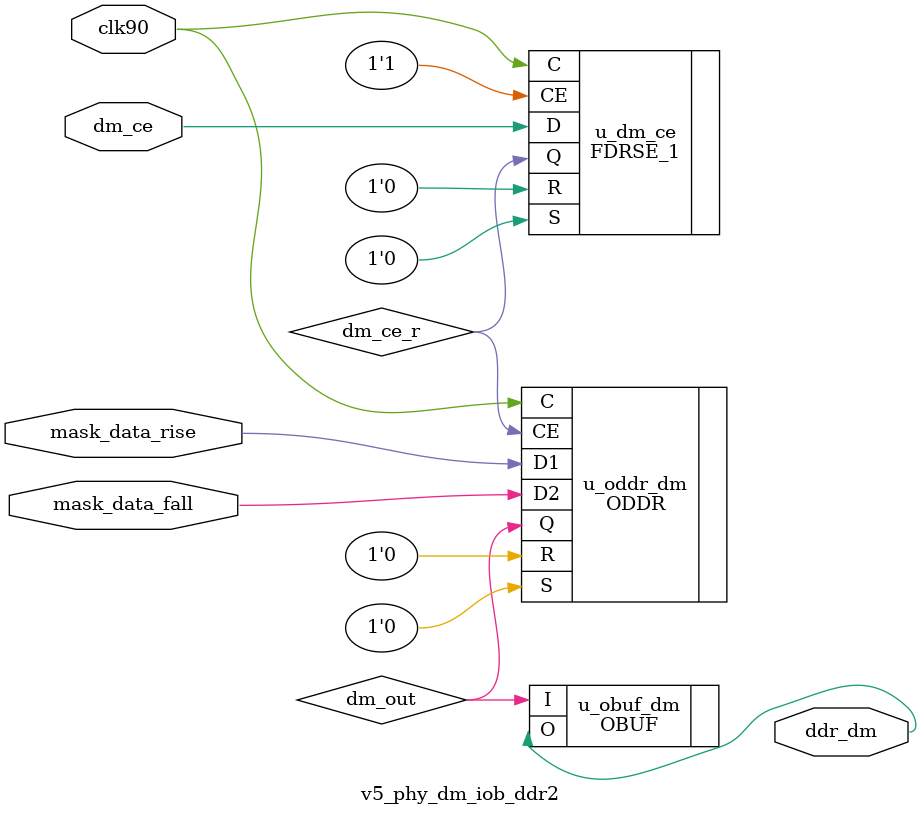
<source format=v>

`timescale 1ns/1ps

module v5_phy_dm_iob_ddr2
  (
   input  clk90,
   input  dm_ce,
   input  mask_data_rise,
   input  mask_data_fall,
   output ddr_dm
   );

  wire    dm_out;
  wire    dm_ce_r;

  FDRSE_1 u_dm_ce
    (
     .Q    (dm_ce_r),
     .C    (clk90),
     .CE   (1'b1),
     .D    (dm_ce),
     .R    (1'b0),
     .S    (1'b0)
     ) /* synthesis syn_preserve=1 */;

  ODDR #
    (
     .SRTYPE("SYNC"),
     .DDR_CLK_EDGE("SAME_EDGE")
     )
    u_oddr_dm
      (
       .Q  (dm_out),
       .C  (clk90),
       .CE (dm_ce_r),
       .D1 (mask_data_rise),
       .D2 (mask_data_fall),
       .R  (1'b0),
       .S  (1'b0)
       );

  OBUF u_obuf_dm
    (
     .I (dm_out),
     .O (ddr_dm)
     );

endmodule

</source>
